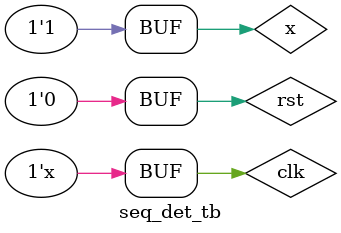
<source format=v>
module seq_det_tb();
reg clk,rst,x;
wire out;

seq_det f1(x,clk,rst,out);
initial
    begin
        clk = 1;
        rst = 1;
        #10 rst = 0;
    end

always
    #5 clk = ~clk;

initial
    begin
    #8 x=1;
    #10 x=0;
    #8 x=1;
    #8 x=1;
    #10 x=0;
    #10 x=1;
    #10 x=0;
    #10 x=1;
    #10 x=1;
    end
endmodule

</source>
